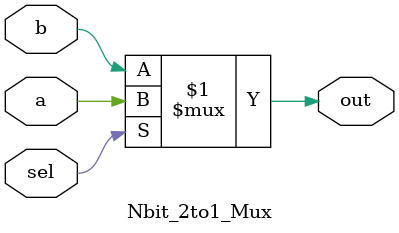
<source format=v>
`timescale 1ns / 1ps


module Nbit_2to1_Mux #(parameter N = 1)
                      (input [N-1:0] a,b,
                       input sel,
                       output [N-1:0] out);
                       
    assign out = (sel) ? a : b;      
endmodule

</source>
